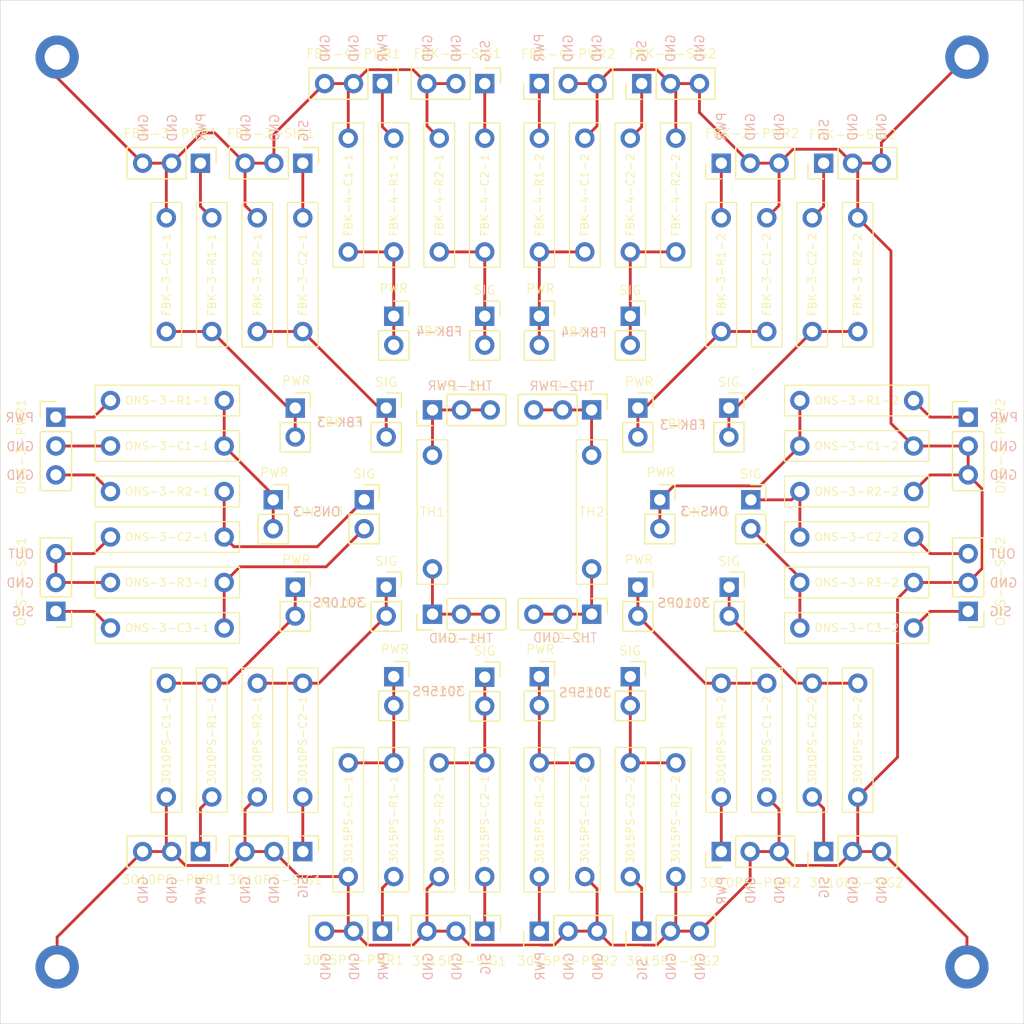
<source format=kicad_pcb>
(kicad_pcb (version 20241229) (generator "pcbnew") (generator_version "9.0")
  (layers (0 "F.Cu" signal) (2 "B.Cu" signal) (13 "F.Paste" user) (15 "B.Paste" user) (5 "F.SilkS" user "F.Silkscreen") (7 "B.SilkS" user "B.Silkscreen") (1 "F.Mask" user) (3 "B.Mask" user) (25 "Edge.Cuts" user))
  (net 0 "")
  (net 1 "fHV+7")
  (net 2 "fSIG7")
  (net 3 "SIG7")
  (net 4 "fHV+8")
  (net 5 "GND")
  (net 6 "SIG8")
  (net 7 "fSIG8")
  (net 8 "HV+7")
  (net 9 "HV+8")
  (net 10 "fHV+5")
  (net 11 "fSIG5")
  (net 12 "SIG5")
  (net 13 "fHV+6")
  (net 14 "SIG6")
  (net 15 "fSIG6")
  (net 16 "HV+5")
  (net 17 "HV+6")
  (net 18 "fHV+3")
  (net 19 "fSIG3")
  (net 20 "SIG3")
  (net 21 "fHV+4")
  (net 22 "fSIG4")
  (net 23 "SIG4")
  (net 24 "HV+3")
  (net 25 "HV+4")
  (net 26 "fHV+1")
  (net 27 "fSIG1")
  (net 28 "SIG1")
  (net 29 "fHV+2")
  (net 30 "SIG2")
  (net 31 "fSIG2")
  (net 32 "HV+1")
  (net 33 "HV+2")
  (net 34 "fHV+9")
  (net 35 "fHV+10")
  (net 36 "fSIG9")
  (net 37 "fF-OUT9")
  (net 38 "fF-OUT10")
  (net 39 "fSIG10")
  (net 40 "F-OUT9")
  (net 41 "SIG9")
  (net 42 "F-OUT10")
  (net 43 "SIG10")
  (net 44 "HV+9")
  (net 45 "HV+10")
  (net 46 "TH1-A")
  (net 47 "TH1-B")
  (net 48 "TH2-A")
  (net 49 "TH2-B")
  (footprint "Connector_PinHeader_2.54mm:PinHeader_1x03_P2.54mm_Vertical" (layer "F.Cu") (at 155.995 90.02 -90)
    (property "Reference" "TH2-B1")
    (property "Value" "Conn_01x03_Pin" (hide yes))
  )
  (footprint "Library:Custom_PinHeader_1x02_P2.54mm_Vertical_Spaced_10mm" (layer "F.Cu") (at 118.6899 97.195 -90)
    (property "Reference" "ONS-3-R2-1")
    (property "Value" "R" (hide yes))
  )
  (footprint "Library:No_Courtyard_PinSocket_1x02_P2.54mm_Vertical" (layer "F.Cu") (at 135.9999 97.925)
    (property "Reference" "J-fSIG9" (hide yes))
    (property "Value" "Conn_01x02_Pin" (hide yes))
  )
  (footprint "Library:No_Courtyard_PinSocket_1x02_P2.54mm_Vertical" (layer "F.Cu") (at 168.09227 105.604656)
    (property "Reference" "J-fSIG8" (hide yes))
    (property "Value" "Conn_01x02_Socket" (hide yes))
  )
  (footprint "Library:Custom_PCB-Sized_PinSocket_1x02_P2.54mm_Vertical" (layer "F.Cu") (at 138.599745 81.780714)
    (property "Reference" "J-fPWR1" (hide yes))
    (property "Value" "Conn_01x02_Socket" (hide yes))
  )
  (footprint "Library:Custom_PinHeader_1x02_P2.54mm_Vertical_Spaced_10mm" (layer "F.Cu") (at 126.5999 78.125 180)
    (property "Reference" "FBK-3-R2-1")
    (property "Value" "R" (hide yes))
  )
  (footprint "Library:Custom_PinHeader_1x02_P2.54mm_Vertical_Spaced_10mm" (layer "F.Cu") (at 179.3099 89.195 -90)
    (property "Reference" "ONS-3-R1-2")
    (property "Value" "R" (hide yes))
  )
  (footprint "Connector_PinHeader_2.54mm:PinHeader_1x03_P2.54mm_Vertical" (layer "F.Cu") (at 137.5999 135.855 -90)
    (property "Reference" "3015PS-PWR1")
    (property "Value" "Conn_01x03_Pin" (hide yes))
  )
  (footprint "Connector_PinHeader_2.54mm:PinHeader_1x03_P2.54mm_Vertical" (layer "F.Cu") (at 156 107.98 -90)
    (property "Reference" "TH2-A1")
    (property "Value" "Conn_01x03_Pin" (hide yes))
  )
  (footprint "Library:Custom_PinHeader_1x02_P2.54mm_Vertical_Spaced_10mm" (layer "F.Cu") (at 179.3099 109.195 90)
    (property "Reference" "ONS-3-C3-2")
    (property "Value" "C" (hide yes))
  )
  (footprint "Connector_PinHeader_2.54mm:PinHeader_1x03_P2.54mm_Vertical" (layer "F.Cu") (at 130.5999 128.855 -90)
    (property "Reference" "3010PS-SIG1")
    (property "Value" "Conn_01x03_Pin" (hide yes))
  )
  (footprint "Library:Custom_PCB-Sized_PinSocket_1x02_P2.54mm_Vertical" (layer "F.Cu") (at 151.39991 113.475)
    (property "Reference" "J-fPWR6" (hide yes))
    (property "Value" "Conn_01x02_Socket" (hide yes))
  )
  (footprint "Library:Custom_PCB-Sized_PinSocket_1x02_P2.54mm_Vertical" (layer "F.Cu") (at 127.9999 97.925)
    (property "Reference" "J-fPWR9" (hide yes))
    (property "Value" "Conn_01x02_Socket" (hide yes))
  )
  (footprint "Library:Custom_PinHeader_1x02_P2.54mm_Vertical_Spaced_10mm" (layer "F.Cu") (at 159.3999 126.055)
    (property "Reference" "3015PS-C2-2")
    (property "Value" "C" (hide yes))
  )
  (footprint "Connector_PinHeader_2.54mm:PinHeader_1x03_P2.54mm_Vertical" (layer "F.Cu") (at 189.1099 90.655)
    (property "Reference" "ONS-3-PWR2")
    (property "Value" "Conn_01x03_Pin" (hide yes))
  )
  (footprint "Library:Custom_PinHeader_1x02_P2.54mm_Vertical_Spaced_10mm" (layer "F.Cu") (at 122.5999 78.125)
    (property "Reference" "FBK-3-R1-1")
    (property "Value" "R" (hide yes))
  )
  (footprint "Library:Custom_PCB-Sized_PinSocket_1x02_P2.54mm_Vertical" (layer "F.Cu") (at 160.06727 105.604656)
    (property "Reference" "J-fPWR8" (hide yes))
    (property "Value" "Conn_01x02_Socket" (hide yes))
  )
  (footprint "Library:Custom_PCB-Sized_PinSocket_1x02_P2.54mm_Vertical" (layer "F.Cu") (at 138.5999 113.474996)
    (property "Reference" "J-fPWR5" (hide yes))
    (property "Value" "Conn_01x02_Socket" (hide yes))
  )
  (footprint "Library:Custom_PinHeader_1x02_P2.54mm_Vertical_Spaced_10mm" (layer "F.Cu") (at 179.3099 97.195 90)
    (property "Reference" "ONS-3-R2-2")
    (property "Value" "R" (hide yes))
  )
  (footprint "Library:Custom_PinHeader_1x02_P2.54mm_Vertical_Spaced_10mm" (layer "F.Cu") (at 151.3999 71.125)
    (property "Reference" "FBK-4-R1-2")
    (property "Value" "R" (hide yes))
  )
  (footprint "Library:Custom_PinHeader_1x02_P2.54mm_Vertical_Spaced_10mm" (layer "F.Cu") (at 155.3999 126.055)
    (property "Reference" "3015PS-C1-2")
    (property "Value" "C" (hide yes))
  )
  (footprint "Connector_PinHeader_2.54mm:PinHeader_1x03_P2.54mm_Vertical" (layer "F.Cu") (at 108.8899 107.735 180)
    (property "Reference" "ONS-3-SIG1")
    (property "Value" "Conn_01x03_Pin" (hide yes))
  )
  (footprint "Library:Custom_PinHeader_1x02_P2.54mm_Vertical_Spaced_10mm" (layer "F.Cu") (at 171.3999 78.125 180)
    (property "Reference" "FBK-3-C1-2")
    (property "Value" "C" (hide yes))
  )
  (footprint "Library:No_Courtyard_PinSocket_1x02_P2.54mm_Vertical" (layer "F.Cu") (at 159.39991 113.475)
    (property "Reference" "J-fSIG6" (hide yes))
    (property "Value" "Conn_01x02_Socket" (hide yes))
  )
  (footprint "Library:Custom_PinHeader_1x02_P2.54mm_Vertical_Spaced_10mm" (layer "F.Cu") (at 118.6899 101.195 -90)
    (property "Reference" "ONS-3-C2-1")
    (property "Value" "C" (hide yes))
  )
  (footprint "Connector_PinHeader_2.54mm:PinHeader_1x03_P2.54mm_Vertical" (layer "F.Cu") (at 130.5999 68.325 -90)
    (property "Reference" "FBK-3-SIG1")
    (property "Value" "Conn_01x03_Pin" (hide yes))
  )
  (footprint "Library:Custom_PinHeader_1x02_P2.54mm_Vertical_Spaced_10mm" (layer "F.Cu") (at 118.6899 109.195 -90)
    (property "Reference" "ONS-3-C3-1")
    (property "Value" "C" (hide yes))
  )
  (footprint "Connector_PinHeader_2.54mm:PinHeader_1x03_P2.54mm_Vertical" (layer "F.Cu") (at 121.5999 128.855 -90)
    (property "Reference" "3010PS-PWR1")
    (property "Value" "Conn_01x03_Pin" (hide yes))
  )
  (footprint "Connector_PinHeader_2.54mm:PinHeader_1x03_P2.54mm_Vertical" (layer "F.Cu") (at 142.005 107.98 90)
    (property "Reference" "TH1-A1")
    (property "Value" "Conn_01x03_Pin" (hide yes))
  )
  (footprint "Connector_PinHeader_2.54mm:PinHeader_1x03_P2.54mm_Vertical" (layer "F.Cu") (at 176.3999 128.855 90)
    (property "Reference" "3010PS-SIG2")
    (property "Value" "Conn_01x03_Pin" (hide yes))
  )
  (footprint "Library:Custom_PinHeader_1x02_P2.54mm_Vertical_Spaced_10mm" (layer "F.Cu") (at 163.3999 126.055)
    (property "Reference" "3015PS-R2-2")
    (property "Value" "R" (hide yes))
  )
  (footprint "Connector_PinHeader_2.54mm:PinHeader_1x03_P2.54mm_Vertical" (layer "F.Cu") (at 121.5999 68.325 -90)
    (property "Reference" "FBK-3-PWR1")
    (property "Value" "Conn_01x03_Pin" (hide yes))
  )
  (footprint "Library:Custom_PinHeader_1x02_P2.54mm_Vertical_Spaced_10mm" (layer "F.Cu") (at 138.5999 71.125)
    (property "Reference" "FBK-4-R1-1")
    (property "Value" "R" (hide yes))
  )
  (footprint "Library:No_Courtyard_PinSocket_1x02_P2.54mm_Vertical" (layer "F.Cu") (at 159.3999 81.781)
    (property "Reference" "J-fSIG2" (hide yes))
    (property "Value" "Conn_01x02_Socket" (hide yes))
  )
  (footprint "Library:No_Courtyard_PinSocket_1x02_P2.54mm_Vertical" (layer "F.Cu") (at 137.9349 105.604646)
    (property "Reference" "J-fSIG7" (hide yes))
    (property "Value" "Conn_01x02_Socket" (hide yes))
  )
  (footprint "Connector_PinHeader_2.54mm:PinHeader_1x03_P2.54mm_Vertical" (layer "F.Cu") (at 108.8899 90.655)
    (property "Reference" "ONS-3-PWR1")
    (property "Value" "Conn_01x03_Pin" (hide yes))
  )
  (footprint "Library:Custom_PinHeader_1x02_P2.54mm_Vertical_Spaced_10mm" (layer "F.Cu") (at 118.6899 89.195 90)
    (property "Reference" "ONS-3-R1-1")
    (property "Value" "R" (hide yes))
  )
  (footprint "Library:Custom_PinHeader_1x02_P2.54mm_Vertical_Spaced_10mm" (layer "F.Cu") (at 118.6899 93.195 -90)
    (property "Reference" "ONS-3-C1-1")
    (property "Value" "C" (hide yes))
  )
  (footprint "Library:Custom_PinHeader_1x02_P2.54mm_Vertical_Spaced_10mm" (layer "F.Cu") (at 159.3999 71.125 180)
    (property "Reference" "FBK-4-C2-2")
    (property "Value" "C" (hide yes))
  )
  (footprint "Connector_PinHeader_2.54mm:PinHeader_1x03_P2.54mm_Vertical" (layer "F.Cu") (at 189.1099 107.735 180)
    (property "Reference" "ONS-3-SIG2")
    (property "Value" "Conn_01x03_Pin" (hide yes))
  )
  (footprint "Library:No_Courtyard_PinSocket_1x02_P2.54mm_Vertical" (layer "F.Cu") (at 146.599745 81.780714)
    (property "Reference" "J-fSIG1" (hide yes))
    (property "Value" "Conn_01x02_Socket" (hide yes))
  )
  (footprint "Library:Custom_PinHeader_1x02_P2.54mm_Vertical_Spaced_10mm" (layer "F.Cu") (at 179.3099 93.195 90)
    (property "Reference" "ONS-3-C1-2")
    (property "Value" "C" (hide yes))
  )
  (footprint "Connector_PinHeader_2.54mm:PinHeader_1x03_P2.54mm_Vertical" (layer "F.Cu") (at 151.3999 61.325 90)
    (property "Reference" "FBK-4-PWR2")
    (property "Value" "Conn_01x03_Pin" (hide yes))
  )
  (footprint "MountingHole:MountingHole_2.2mm_M2_DIN965_Pad_TopBottom" (layer "F.Cu") (at 188.9999 59)
    (property "Reference" "H2" (hide yes))
    (property "Value" "MountingHole_Pad" (hide yes))
  )
  (footprint "Library:Custom_PinHeader_1x02_P2.54mm_Vertical_Spaced_10mm" (layer "F.Cu") (at 134.5999 126.055)
    (property "Reference" "3015PS-C1-1")
    (property "Value" "C" (hide yes))
  )
  (footprint "Library:Custom_PinHeader_1x02_P2.54mm_Vertical_Spaced_10mm" (layer "F.Cu") (at 167.3999 78.125)
    (property "Reference" "FBK-3-R1-2")
    (property "Value" "R" (hide yes))
  )
  (footprint "Connector_PinHeader_2.54mm:PinHeader_1x03_P2.54mm_Vertical" (layer "F.Cu") (at 160.3999 61.325 90)
    (property "Reference" "FBK-4-SIG2")
    (property "Value" "Conn_01x03_Pin" (hide yes))
  )
  (footprint "Library:Custom_PinHeader_1x02_P2.54mm_Vertical_Spaced_10mm" (layer "F.Cu") (at 118.5999 119.055)
    (property "Reference" "3010PS-C1-1")
    (property "Value" "C" (hide yes))
  )
  (footprint "Library:Custom_PinHeader_1x02_P2.54mm_Vertical_Spaced_10mm" (layer "F.Cu") (at 175.3999 78.125 180)
    (property "Reference" "FBK-3-C2-2")
    (property "Value" "C" (hide yes))
  )
  (footprint "Library:Custom_PCB-Sized_PinSocket_1x02_P2.54mm_Vertical" (layer "F.Cu") (at 161.9999 97.925)
    (property "Reference" "J-fPWR10" (hide yes))
    (property "Value" "Conn_01x02_Socket" (hide yes))
  )
  (footprint "Connector_PinHeader_2.54mm:PinHeader_1x03_P2.54mm_Vertical" (layer "F.Cu") (at 146.5999 61.325 -90)
    (property "Reference" "FBK-4-SIG1")
    (property "Value" "Conn_01x03_Pin" (hide yes))
  )
  (footprint "Connector_PinHeader_2.54mm:PinHeader_1x03_P2.54mm_Vertical" (layer "F.Cu") (at 146.5999 135.855 -90)
    (property "Reference" "3015PS-SIG1")
    (property "Value" "Conn_01x03_Pin" (hide yes))
  )
  (footprint "Library:Custom_PinHeader_1x02_P2.54mm_Vertical_Spaced_10mm" (layer "F.Cu") (at 134.5999 71.125 180)
    (property "Reference" "FBK-4-C1-1")
    (property "Value" "C" (hide yes))
  )
  (footprint "Library:Custom_PinHeader_1x02_P2.54mm_Vertical_Spaced_10mm" (layer "F.Cu") (at 179.3099 105.195 90)
    (property "Reference" "ONS-3-R3-2")
    (property "Value" "R" (hide yes))
  )
  (footprint "Library:Custom_PinHeader_1x02_P2.54mm_Vertical_Spaced_10mm" (layer "F.Cu") (at 151.3999 126.055 180)
    (property "Reference" "3015PS-R1-2")
    (property "Value" "R" (hide yes))
  )
  (footprint "Library:Custom_PinHeader_1x02_P2.54mm_Vertical_Spaced_10mm" (layer "F.Cu") (at 179.3999 78.125 180)
    (property "Reference" "FBK-3-R2-2")
    (property "Value" "R" (hide yes))
  )
  (footprint "MountingHole:MountingHole_2.2mm_M2_DIN965_Pad_TopBottom" (layer "F.Cu") (at 108.9999 139)
    (property "Reference" "H3" (hide yes))
    (property "Value" "MountingHole_Pad" (hide yes))
  )
  (footprint "Library:Custom_PinHeader_1x02_P2.54mm_Vertical_Spaced_10mm" (layer "F.Cu") (at 118.5999 78.125 180)
    (property "Reference" "FBK-3-C1-1")
    (property "Value" "C" (hide yes))
  )
  (footprint "Library:Custom_PinHeader_1x02_P2.54mm_Vertical_Spaced_10mm" (layer "F.Cu") (at 142.5999 126.055)
    (property "Reference" "3015PS-R2-1")
    (property "Value" "R" (hide yes))
  )
  (footprint "Library:Custom_PinHeader_1x02_P2.54mm_Vertical_Spaced_10mm" (layer "F.Cu") (at 179.3099 101.195 90)
    (property "Reference" "ONS-3-C2-2")
    (property "Value" "C" (hide yes))
  )
  (footprint "Library:Custom_PinHeader_1x02_P2.54mm_Vertical_Spaced_10mm" (layer "F.Cu") (at 156 99)
    (property "Reference" "TH2")
    (property "Value" "Thermistor" (hide yes))
  )
  (footprint "MountingHole:MountingHole_2.2mm_M2_DIN965_Pad_TopBottom" (layer "F.Cu") (at 188.9999 139)
    (property "Reference" "H4" (hide yes))
    (property "Value" "MountingHole_Pad" (hide yes))
  )
  (footprint "Library:Custom_PCB-Sized_PinSocket_1x02_P2.54mm_Vertical" (layer "F.Cu") (at 151.3999 81.781)
    (property "Reference" "J-fPWR2" (hide yes))
    (property "Value" "Conn_01x02_Socket" (hide yes))
  )
  (footprint "Library:Custom_PinHeader_1x02_P2.54mm_Vertical_Spaced_10mm" (layer "F.Cu") (at 130.5999 119.055)
    (property "Reference" "3010PS-C2-1")
    (property "Value" "C" (hide yes))
  )
  (footprint "Library:Custom_PinHeader_1x02_P2.54mm_Vertical_Spaced_10mm" (layer "F.Cu") (at 163.3999 71.125 180)
    (property "Reference" "FBK-4-R2-2")
    (property "Value" "R" (hide yes))
  )
  (footprint "Library:Custom_PinHeader_1x02_P2.54mm_Vertical_Spaced_10mm" (layer "F.Cu") (at 142.5999 71.125 180)
    (property "Reference" "FBK-4-R2-1")
    (property "Value" "R" (hide yes))
  )
  (footprint "Library:Custom_PinHeader_1x02_P2.54mm_Vertical_Spaced_10mm" (layer "F.Cu") (at 142 99)
    (property "Reference" "TH1")
    (property "Value" "Thermistor" (hide yes))
  )
  (footprint "Library:Custom_PCB-Sized_PinSocket_1x02_P2.54mm_Vertical" (layer "F.Cu") (at 160.067275 89.85537)
    (property "Reference" "J-fPWR4" (hide yes))
    (property "Value" "Conn_01x02_Socket" (hide yes))
  )
  (footprint "Connector_PinHeader_2.54mm:PinHeader_1x03_P2.54mm_Vertical" (layer "F.Cu") (at 167.3999 68.325 90)
    (property "Reference" "FBK-3-PWR2")
    (property "Value" "Conn_01x03_Pin" (hide yes))
  )
  (footprint "Library:Custom_PinHeader_1x02_P2.54mm_Vertical_Spaced_10mm" (layer "F.Cu") (at 146.5999 71.125 180)
    (property "Reference" "FBK-4-C2-1")
    (property "Value" "C" (hide yes))
  )
  (footprint "Connector_PinHeader_2.54mm:PinHeader_1x03_P2.54mm_Vertical" (layer "F.Cu") (at 137.5999 61.325 -90)
    (property "Reference" "FBK-4-PWR1")
    (property "Value" "Conn_01x03_Pin" (hide yes))
  )
  (footprint "Library:Custom_PinHeader_1x02_P2.54mm_Vertical_Spaced_10mm" (layer "F.Cu") (at 155.3999 71.125 180)
    (property "Reference" "FBK-4-C1-2")
    (property "Value" "C" (hide yes))
  )
  (footprint "Library:Custom_PinHeader_1x02_P2.54mm_Vertical_Spaced_10mm" (layer "F.Cu") (at 167.3999 119.055 180)
    (property "Reference" "3010PS-R1-2")
    (property "Value" "R" (hide yes))
  )
  (footprint "Library:Custom_PinHeader_1x02_P2.54mm_Vertical_Spaced_10mm" (layer "F.Cu") (at 126.5999 119.055)
    (property "Reference" "3010PS-R2-1")
    (property "Value" "R" (hide yes))
  )
  (footprint "Library:Custom_PinHeader_1x02_P2.54mm_Vertical_Spaced_10mm" (layer "F.Cu") (at 118.6899 105.195 -90)
    (property "Reference" "ONS-3-R3-1")
    (property "Value" "R" (hide yes))
  )
  (footprint "Library:No_Courtyard_PinSocket_1x02_P2.54mm_Vertical" (layer "F.Cu") (at 137.933713 89.855367)
    (property "Reference" "J-fSIG3" (hide yes))
    (property "Value" "Conn_01x02_Socket" (hide yes))
  )
  (footprint "Library:Custom_PCB-Sized_PinSocket_1x02_P2.54mm_Vertical" (layer "F.Cu") (at 129.9349 105.604646)
    (property "Reference" "J-fPWR7" (hide yes))
    (property "Value" "Conn_01x02_Socket" (hide yes))
  )
  (footprint "Library:Custom_PinHeader_1x02_P2.54mm_Vertical_Spaced_10mm" (layer "F.Cu") (at 146.5999 126.055)
    (property "Reference" "3015PS-C2-1")
    (property "Value" "C" (hide yes))
  )
  (footprint "Connector_PinHeader_2.54mm:PinHeader_1x03_P2.54mm_Vertical" (layer "F.Cu") (at 142.005 90.02 90)
    (property "Reference" "TH1-B1")
    (property "Value" "Conn_01x03_Pin" (hide yes))
  )
  (footprint "Library:Custom_PinHeader_1x02_P2.54mm_Vertical_Spaced_10mm" (layer "F.Cu") (at 130.5999 78.125 180)
    (property "Reference" "FBK-3-C2-1")
    (property "Value" "C" (hide yes))
  )
  (footprint "Library:Custom_PCB-Sized_PinSocket_1x02_P2.54mm_Vertical" (layer "F.Cu") (at 129.933713 89.855367)
    (property "Reference" "J-fPWR3" (hide yes))
    (property "Value" "Conn_01x02_Socket" (hide yes))
  )
  (footprint "Connector_PinHeader_2.54mm:PinHeader_1x03_P2.54mm_Vertical" (layer "F.Cu") (at 167.3999 128.855 90)
    (property "Reference" "3010PS-PWR2")
    (property "Value" "Conn_01x03_Pin" (hide yes))
  )
  (footprint "Library:Custom_PinHeader_1x02_P2.54mm_Vertical_Spaced_10mm" (layer "F.Cu") (at 122.5999 119.055 180)
    (property "Reference" "3010PS-R1-1")
    (property "Value" "R" (hide yes))
  )
  (footprint "Library:Custom_PinHeader_1x02_P2.54mm_Vertical_Spaced_10mm" (layer "F.Cu") (at 179.3999 119.055)
    (property "Reference" "3010PS-R2-2")
    (property "Value" "R" (hide yes))
  )
  (footprint "Library:Custom_PinHeader_1x02_P2.54mm_Vertical_Spaced_10mm" (layer "F.Cu") (at 138.5999 126.055 180)
    (property "Reference" "3015PS-R1-1")
    (property "Value" "R" (hide yes))
  )
  (footprint "Library:No_Courtyard_PinSocket_1x02_P2.54mm_Vertical" (layer "F.Cu") (at 169.9999 97.925)
    (property "Reference" "J-fSIG10" (hide yes))
    (property "Value" "Conn_01x02_Pin" (hide yes))
  )
  (footprint "MountingHole:MountingHole_2.2mm_M2_DIN965_Pad_TopBottom" (layer "F.Cu") (at 108.9999 59)
    (property "Reference" "H1" (hide yes))
    (property "Value" "MountingHole_Pad" (hide yes))
  )
  (footprint "Library:No_Courtyard_PinSocket_1x02_P2.54mm_Vertical" (layer "F.Cu") (at 146.599903 113.514995)
    (property "Reference" "J-fSIG5" (hide yes))
    (property "Value" "Conn_01x02_Socket" (hide yes))
  )
  (footprint "Library:No_Courtyard_PinSocket_1x02_P2.54mm_Vertical" (layer "F.Cu") (at 168.067275 89.85537)
    (property "Reference" "J-fSIG4" (hide yes))
    (property "Value" "Conn_01x02_Socket" (hide yes))
  )
  (footprint "Library:Custom_PinHeader_1x02_P2.54mm_Vertical_Spaced_10mm" (layer "F.Cu") (at 175.3999 119.055)
    (property "Reference" "3010PS-C2-2")
    (property "Value" "C" (hide yes))
  )
  (footprint "Connector_PinHeader_2.54mm:PinHeader_1x03_P2.54mm_Vertical" (layer "F.Cu") (at 176.3999 68.325 90)
    (property "Reference" "FBK-3-SIG2")
    (property "Value" "Conn_01x03_Pin" (hide yes))
  )
  (footprint "Connector_PinHeader_2.54mm:PinHeader_1x03_P2.54mm_Vertical" (layer "F.Cu") (at 151.3999 135.855 90)
    (property "Reference" "3015PS-PWR2")
    (property "Value" "Conn_01x03_Pin" (hide yes))
  )
  (footprint "Library:Custom_PinHeader_1x02_P2.54mm_Vertical_Spaced_10mm" (layer "F.Cu") (at 171.3999 119.055)
    (property "Reference" "3010PS-C1-2")
    (property "Value" "C" (hide yes))
  )
  (footprint "Connector_PinHeader_2.54mm:PinHeader_1x03_P2.54mm_Vertical" (layer "F.Cu") (at 160.3999 135.855 90)
    (property "Reference" "3015PS-SIG2")
    (property "Value" "Conn_01x03_Pin" (hide yes))
  )
  (gr_rect (start 103.9999 54) (end 193.9999 144) (stroke (width 0.05)) (fill no) (layer "Edge.Cuts"))
  (gr_text "ONS-3" (at 163.89 99.48 0) (layer "F.SilkS") (effects (font (size 0.8 0.8) (thickness 0.08)) (justify left bottom)))
  (gr_text "PWR" (at 151.495 79.376354 0) (layer "F.SilkS") (effects (font (size 0.8 0.8) (thickness 0.08))))
  (gr_text "PWR" (at 138.695 111.07035 0) (layer "F.SilkS") (effects (font (size 0.8 0.8) (thickness 0.08))))
  (gr_text "SIG" (at 168.062375 87.580724 0) (layer "F.SilkS") (effects (font (size 0.8 0.8) (thickness 0.08))))
  (gr_text "PWR" (at 151.49501 111.070354 0) (layer "F.SilkS") (effects (font (size 0.8 0.8) (thickness 0.08))))
  (gr_text "ONS-3" (at 129.8949 99.435 0) (layer "F.SilkS") (effects (font (size 0.8 0.8) (thickness 0.08)) (justify left bottom)))
  (gr_text "PWR" (at 160.185 87.535354 0) (layer "F.SilkS") (effects (font (size 0.8 0.8) (thickness 0.08))))
  (gr_text "PWR" (at 130.03 103.2 0) (layer "F.SilkS") (effects (font (size 0.8 0.8) (thickness 0.08))))
  (gr_text "SIG" (at 168.08737 103.33001 0) (layer "F.SilkS") (effects (font (size 0.8 0.8) (thickness 0.08))))
  (gr_text "FBK-3" (at 131.8139 91.525 0) (layer "F.SilkS") (effects (font (size 0.8 0.8) (thickness 0.08)) (justify left bottom)))
  (gr_text "SIG" (at 137.93 103.33 0) (layer "F.SilkS") (effects (font (size 0.8 0.8) (thickness 0.08))))
  (gr_text "PWR" (at 128.095 95.520354 0) (layer "F.SilkS") (effects (font (size 0.8 0.8) (thickness 0.08))))
  (gr_text "3010PS" (at 131.6249 107.485 0) (layer "F.SilkS") (effects (font (size 0.8 0.8) (thickness 0.08)) (justify left bottom)))
  (gr_text "SIG" (at 137.928813 87.580721 0) (layer "F.SilkS") (effects (font (size 0.8 0.8) (thickness 0.08))))
  (gr_text "3015PS" (at 140.26 115.26 0) (layer "F.SilkS") (effects (font (size 0.8 0.8) (thickness 0.08)) (justify left bottom)))
  (gr_text "SIG" (at 159.39501 111.200354 0) (layer "F.SilkS") (effects (font (size 0.8 0.8) (thickness 0.08))))
  (gr_text "PWR" (at 162.095 95.520354 0) (layer "F.SilkS") (effects (font (size 0.8 0.8) (thickness 0.08))))
  (gr_text "PWR" (at 130.028813 87.450721 0) (layer "F.SilkS") (effects (font (size 0.8 0.8) (thickness 0.08))))
  (gr_text "PWR" (at 138.599745 79.34 0) (layer "F.SilkS") (effects (font (size 0.8 0.8) (thickness 0.08))))
  (gr_text "SIG" (at 135.995 95.650354 0) (layer "F.SilkS") (effects (font (size 0.8 0.8) (thickness 0.08))))
  (gr_text "PWR" (at 160.16237 103.20001 0) (layer "F.SilkS") (effects (font (size 0.8 0.8) (thickness 0.08))))
  (gr_text "FBK-3" (at 161.9449 91.725 0) (layer "F.SilkS") (effects (font (size 0.8 0.8) (thickness 0.08)) (justify left bottom)))
  (gr_text "FBK-4" (at 153.2699 83.62 0) (layer "F.SilkS") (effects (font (size 0.8 0.8) (thickness 0.08)) (justify left bottom)))
  (gr_text "3010PS" (at 161.8049 107.485 0) (layer "F.SilkS") (effects (font (size 0.8 0.8) (thickness 0.08)) (justify left bottom)))
  (gr_text "SIG" (at 159.395 79.506354 0) (layer "F.SilkS") (effects (font (size 0.8 0.8) (thickness 0.08))))
  (gr_text "FBK-4\n" (at 140.5099 83.56 0) (layer "F.SilkS") (effects (font (size 0.8 0.8) (thickness 0.08)) (justify left bottom)))
  (gr_text "SIG" (at 146.585 111.225354 0) (layer "F.SilkS") (effects (font (size 0.8 0.8) (thickness 0.08))))
  (gr_text "SIG" (at 146.594845 79.485354 0) (layer "F.SilkS") (effects (font (size 0.8 0.8) (thickness 0.08))))
  (gr_text "SIG" (at 169.995 95.650354 0) (layer "F.SilkS") (effects (font (size 0.8 0.8) (thickness 0.08))))
  (gr_text "3015PS" (at 153.0949 115.3 0) (layer "F.SilkS") (effects (font (size 0.8 0.8) (thickness 0.08)) (justify left bottom)))
  (gr_text "GND" (at 133.0849 137.679762 90) (layer "B.SilkS") (effects (font (size 0.8 0.8) (thickness 0.1)) (justify left bottom mirror)))
  (gr_text "GND" (at 133.0349 56.929762 90) (layer "B.SilkS") (effects (font (size 0.8 0.8) (thickness 0.1)) (justify left bottom mirror)))
  (gr_text "PWR\n" (at 122.1349 63.853809 90) (layer "B.SilkS") (effects (font (size 0.8 0.8) (thickness 0.1)) (justify left bottom mirror)))
  (gr_text "PWR" (at 151.9349 137.603571 90) (layer "B.SilkS") (effects (font (size 0.8 0.8) (thickness 0.1)) (justify left bottom mirror)))
  (gr_text "SIG" (at 160.8599 57.425 90) (layer "B.SilkS") (effects (font (size 0.8 0.8) (thickness 0.1)) (justify left bottom mirror)))
  (gr_text "ONS-3" (at 168.05 99.41 0) (layer "B.SilkS") (effects (font (size 0.8 0.8) (thickness 0.1)) (justify left bottom mirror)))
  (gr_text "GND" (at 179.4449 130.96 90) (layer "B.SilkS") (effects (font (size 0.8 0.8) (thickness 0.1)) (justify left bottom mirror)))
  (gr_text "PWR" (at 167.8999 63.777618 90) (layer "B.SilkS") (effects (font (size 0.8 0.8) (thickness 0.1)) (justify left bottom mirror)))
  (gr_text "GND" (at 126.0299 130.96 90) (layer "B.SilkS") (effects (font (size 0.8 0.8) (thickness 0.1)) (justify left bottom mirror)))
  (gr_text "FBK-4" (at 144.67 83.61 0) (layer "B.SilkS") (effects (font (size 0.8 0.8) (thickness 0.1)) (justify left bottom mirror)))
  (gr_text "GND" (at 166.0099 137.679762 90) (layer "B.SilkS") (effects (font (size 0.8 0.8) (thickness 0.1)) (justify left bottom mirror)))
  (gr_text "OUT" (at 193.347619 103.155 0) (layer "B.SilkS") (effects (font (size 0.8 0.8) (thickness 0.1)) (justify left bottom mirror)))
  (gr_text "GND" (at 163.4099 56.929762 90) (layer "B.SilkS") (effects (font (size 0.8 0.8) (thickness 0.1)) (justify left bottom mirror)))
  (gr_text "GND" (at 163.4599 137.679762 90) (layer "B.SilkS") (effects (font (size 0.8 0.8) (thickness 0.1)) (justify left bottom mirror)))
  (gr_text "GND" (at 144.6099 137.679762 90) (layer "B.SilkS") (effects (font (size 0.8 0.8) (thickness 0.1)) (justify left bottom mirror)))
  (gr_text "GND" (at 193.5 96.22 0) (layer "B.SilkS") (effects (font (size 0.8 0.8) (thickness 0.1)) (justify left bottom mirror)))
  (gr_text "FBK-3" (at 166.1 91.82 0) (layer "B.SilkS") (effects (font (size 0.8 0.8) (thickness 0.1)) (justify left bottom mirror)))
  (gr_text "GND" (at 154.4599 137.679762 90) (layer "B.SilkS") (effects (font (size 0.8 0.8) (thickness 0.1)) (justify left bottom mirror)))
  (gr_text "GND" (at 193.5 93.7 0) (layer "B.SilkS") (effects (font (size 0.8 0.8) (thickness 0.1)) (justify left bottom mirror)))
  (gr_text "GND" (at 135.6099 137.679762 90) (layer "B.SilkS") (effects (font (size 0.8 0.8) (thickness 0.1)) (justify left bottom mirror)))
  (gr_text "SIG" (at 131.1049 130.96 90) (layer "B.SilkS") (effects (font (size 0.8 0.8) (thickness 0.1)) (justify left bottom mirror)))
  (gr_text "FBK-3" (at 135.95 91.58 0) (layer "B.SilkS") (effects (font (size 0.8 0.8) (thickness 0.1)) (justify left bottom mirror)))
  (gr_text "PWR" (at 107.04 91.16 0) (layer "B.SilkS") (effects (font (size 0.8 0.8) (thickness 0.1)) (justify left bottom mirror)))
  (gr_text "GND" (at 181.9849 130.96 90) (layer "B.SilkS") (effects (font (size 0.8 0.8) (thickness 0.1)) (justify left bottom mirror)))
  (gr_text "PWR" (at 167.9199 130.96 90) (layer "B.SilkS") (effects (font (size 0.8 0.8) (thickness 0.1)) (justify left bottom mirror)))
  (gr_text "TH1-GND" (at 147.38 110.57 0) (layer "B.SilkS") (effects (font (size 0.8 0.8) (thickness 0.08)) (justify left bottom mirror)))
  (gr_text "GND" (at 107.04 96.225 0) (layer "B.SilkS") (effects (font (size 0.8 0.8) (thickness 0.1)) (justify left bottom mirror)))
  (gr_text "ONS-3" (at 133.98 99.45 0) (layer "B.SilkS") (effects (font (size 0.8 0.8) (thickness 0.1)) (justify left bottom mirror)))
  (gr_text "GND" (at 126.0599 63.93 90) (layer "B.SilkS") (effects (font (size 0.8 0.8) (thickness 0.1)) (justify left bottom mirror)))
  (gr_text "GND" (at 170.4449 130.96 90) (layer "B.SilkS") (effects (font (size 0.8 0.8) (thickness 0.1)) (justify left bottom mirror)))
  (gr_text "TH2-PWR" (at 156.31 88.4 0) (layer "B.SilkS") (effects (font (size 0.8 0.8) (thickness 0.08)) (justify left bottom mirror)))
  (gr_text "PWR\n" (at 138.1099 56.853571 90) (layer "B.SilkS") (effects (font (size 0.8 0.8) (thickness 0.1)) (justify left bottom mirror)))
  (gr_text "SIG" (at 176.8999 64.349047 90) (layer "B.SilkS") (effects (font (size 0.8 0.8) (thickness 0.1)) (justify left bottom mirror)))
  (gr_text "GND" (at 170.4249 63.853809 90) (layer "B.SilkS") (effects (font (size 0.8 0.8) (thickness 0.1)) (justify left bottom mirror)))
  (gr_text "PWR" (at 151.8599 56.853571 90) (layer "B.SilkS") (effects (font (size 0.8 0.8) (thickness 0.1)) (justify left bottom mirror)))
  (gr_text "3015PS" (at 144.89 115.25 0) (layer "B.SilkS") (effects (font (size 0.8 0.8) (thickness 0.1)) (justify left bottom mirror)))
  (gr_text "PWR\n" (at 122.1049 130.96 90) (layer "B.SilkS") (effects (font (size 0.8 0.8) (thickness 0.1)) (justify left bottom mirror)))
  (gr_text "SIG" (at 147.1599 137.679762 90) (layer "B.SilkS") (effects (font (size 0.8 0.8) (thickness 0.1)) (justify left bottom mirror)))
  (gr_text "GND" (at 156.9349 56.929762 90) (layer "B.SilkS") (effects (font (size 0.8 0.8) (thickness 0.1)) (justify left bottom mirror)))
  (gr_text "GND" (at 172.9749 63.853809 90) (layer "B.SilkS") (effects (font (size 0.8 0.8) (thickness 0.1)) (justify left bottom mirror)))
  (gr_text "TH2-GND" (at 156.53 110.52 0) (layer "B.SilkS") (effects (font (size 0.8 0.8) (thickness 0.08)) (justify left bottom mirror)))
  (gr_text "FBK-4" (at 157.39 83.69 0) (layer "B.SilkS") (effects (font (size 0.8 0.8) (thickness 0.1)) (justify left bottom mirror)))
  (gr_text "GND" (at 117.0599 63.93 90) (layer "B.SilkS") (effects (font (size 0.8 0.8) (thickness 0.1)) (justify left bottom mirror)))
  (gr_text "SIG" (at 176.9199 130.96 90) (layer "B.SilkS") (effects (font (size 0.8 0.8) (thickness 0.1)) (justify left bottom mirror)))
  (gr_text "PWR\n" (at 138.1599 137.603571 90) (layer "B.SilkS") (effects (font (size 0.8 0.8) (thickness 0.1)) (justify left bottom mirror)))
  (gr_text "GND" (at 107.04 105.7 0) (layer "B.SilkS") (effects (font (size 0.8 0.8) (thickness 0.1)) (justify left bottom mirror)))
  (gr_text "GND" (at 172.9949 130.96 90) (layer "B.SilkS") (effects (font (size 0.8 0.8) (thickness 0.1)) (justify left bottom mirror)))
  (gr_text "3010PS" (at 166.46 107.47 0) (layer "B.SilkS") (effects (font (size 0.8 0.8) (thickness 0.1)) (justify left bottom mirror)))
  (gr_text "GND" (at 117.0299 130.96 90) (layer "B.SilkS") (effects (font (size 0.8 0.8) (thickness 0.1)) (justify left bottom mirror)))
  (gr_text "GND" (at 144.5599 56.929762 90) (layer "B.SilkS") (effects (font (size 0.8 0.8) (thickness 0.1)) (justify left bottom mirror)))
  (gr_text "OUT" (at 107.04 103.16 0) (layer "B.SilkS") (effects (font (size 0.8 0.8) (thickness 0.1)) (justify left bottom mirror)))
  (gr_text "GND" (at 154.3849 56.929762 90) (layer "B.SilkS") (effects (font (size 0.8 0.8) (thickness 0.1)) (justify left bottom mirror)))
  (gr_text "GND" (at 119.5549 130.96 90) (layer "B.SilkS") (effects (font (size 0.8 0.8) (thickness 0.1)) (justify left bottom mirror)))
  (gr_text "SIG" (at 107.04 108.225 0) (layer "B.SilkS") (effects (font (size 0.8 0.8) (thickness 0.1)) (justify left bottom mirror)))
  (gr_text "SIG" (at 147.1099 57.425 90) (layer "B.SilkS") (effects (font (size 0.8 0.8) (thickness 0.1)) (justify left bottom mirror)))
  (gr_text "3010PS" (at 136.14 107.44 0) (layer "B.SilkS") (effects (font (size 0.8 0.8) (thickness 0.1)) (justify left bottom mirror)))
  (gr_text "GND" (at 107.04 93.705 0) (layer "B.SilkS") (effects (font (size 0.8 0.8) (thickness 0.1)) (justify left bottom mirror)))
  (gr_text "3015PS" (at 157.8 115.36 0) (layer "B.SilkS") (effects (font (size 0.8 0.8) (thickness 0.1)) (justify left bottom mirror)))
  (gr_text "SIG" (at 131.1349 64.425238 90) (layer "B.SilkS") (effects (font (size 0.8 0.8) (thickness 0.1)) (justify left bottom mirror)))
  (gr_text "SIG" (at 160.9349 138.175 90) (layer "B.SilkS") (effects (font (size 0.8 0.8) (thickness 0.1)) (justify left bottom mirror)))
  (gr_text "GND" (at 179.4249 63.853809 90) (layer "B.SilkS") (effects (font (size 0.8 0.8) (thickness 0.1)) (justify left bottom mirror)))
  (gr_text "PWR" (at 193.576191 91.155 0) (layer "B.SilkS") (effects (font (size 0.8 0.8) (thickness 0.1)) (justify left bottom mirror)))
  (gr_text "GND" (at 142.0349 56.929762 90) (layer "B.SilkS") (effects (font (size 0.8 0.8) (thickness 0.1)) (justify left bottom mirror)))
  (gr_text "GND" (at 119.5849 63.93 90) (layer "B.SilkS") (effects (font (size 0.8 0.8) (thickness 0.1)) (justify left bottom mirror)))
  (gr_text "GND" (at 128.5549 130.96 90) (layer "B.SilkS") (effects (font (size 0.8 0.8) (thickness 0.1)) (justify left bottom mirror)))
  (gr_text "GND" (at 128.5849 63.93 90) (layer "B.SilkS") (effects (font (size 0.8 0.8) (thickness 0.1)) (justify left bottom mirror)))
  (gr_text "TH1-PWR" (at 147.34 88.37 0) (layer "B.SilkS") (effects (font (size 0.8 0.8) (thickness 0.08)) (justify left bottom mirror)))
  (gr_text "GND" (at 193.5 105.695 0) (layer "B.SilkS") (effects (font (size 0.8 0.8) (thickness 0.1)) (justify left bottom mirror)))
  (gr_text "GND" (at 142.0849 137.679762 90) (layer "B.SilkS") (effects (font (size 0.8 0.8) (thickness 0.1)) (justify left bottom mirror)))
  (gr_text "GND" (at 181.9649 63.853809 90) (layer "B.SilkS") (effects (font (size 0.8 0.8) (thickness 0.1)) (justify left bottom mirror)))
  (gr_text "SIG" (at 193.004762 108.22 0) (layer "B.SilkS") (effects (font (size 0.8 0.8) (thickness 0.1)) (justify left bottom mirror)))
  (gr_text "GND" (at 157.0099 137.679762 90) (layer "B.SilkS") (effects (font (size 0.8 0.8) (thickness 0.1)) (justify left bottom mirror)))
  (gr_text "GND" (at 135.5599 56.929762 90) (layer "B.SilkS") (effects (font (size 0.8 0.8) (thickness 0.1)) (justify left bottom mirror)))
  (gr_text "GND" (at 165.9599 56.929762 90) (layer "B.SilkS") (effects (font (size 0.8 0.8) (thickness 0.1)) (justify left bottom mirror)))
  (segment (start 124.024546 114.055) (end 122.5999 114.055) (width 0.25) (layer "F.Cu") (net 1))
  (segment (start 122.5999 114.055) (end 118.5999 114.055) (width 0.25) (layer "F.Cu") (net 1))
  (segment (start 129.9349 108.144646) (end 124.024546 114.055) (width 0.25) (layer "F.Cu") (net 1))
  (segment (start 129.9349 105.604646) (end 129.9349 108.144646) (width 0.25) (layer "F.Cu") (net 1))
  (segment (start 130.5999 114.055) (end 126.5999 114.055) (width 0.25) (layer "F.Cu") (net 2))
  (segment (start 132.024546 114.055) (end 130.5999 114.055) (width 0.25) (layer "F.Cu") (net 2))
  (segment (start 137.9349 105.604646) (end 137.9349 108.144646) (width 0.25) (layer "F.Cu") (net 2))
  (segment (start 137.9349 108.144646) (end 132.024546 114.055) (width 0.25) (layer "F.Cu") (net 2))
  (segment (start 130.5999 124.055) (end 130.5999 128.855) (width 0.25) (layer "F.Cu") (net 3))
  (segment (start 160.06727 105.604656) (end 160.06727 108.144656) (width 0.25) (layer "F.Cu") (net 4))
  (segment (start 160.06727 108.144656) (end 165.977614 114.055) (width 0.25) (layer "F.Cu") (net 4))
  (segment (start 167.3999 114.055) (end 171.3999 114.055) (width 0.25) (layer "F.Cu") (net 4))
  (segment (start 165.977614 114.055) (end 167.3999 114.055) (width 0.25) (layer "F.Cu") (net 4))
  (segment (start 112.2299 95.735) (end 108.8899 95.735) (width 0.25) (layer "F.Cu") (net 5))
  (segment (start 135.0599 135.855) (end 136.2859 137.081) (width 0.25) (layer "F.Cu") (net 5))
  (segment (start 125.5199 68.325) (end 128.0599 68.325) (width 0.25) (layer "F.Cu") (net 5))
  (segment (start 140.2939 60.099) (end 141.5199 61.325) (width 0.25) (layer "F.Cu") (net 5))
  (segment (start 177.7139 67.099) (end 173.7059 67.099) (width 0.25) (layer "F.Cu") (net 5))
  (segment (start 165.4799 63.865) (end 165.4799 61.325) (width 0.25) (layer "F.Cu") (net 5))
  (segment (start 136.2859 137.081) (end 140.2939 137.081) (width 0.25) (layer "F.Cu") (net 5))
  (segment (start 178.9399 68.325) (end 181.4799 68.325) (width 0.25) (layer "F.Cu") (net 5))
  (segment (start 135.0599 135.855) (end 132.5199 135.855) (width 0.25) (layer "F.Cu") (net 5))
  (segment (start 126.5999 73.125) (end 125.5199 72.045) (width 0.25) (layer "F.Cu") (net 5))
  (segment (start 172.4799 68.325) (end 169.9399 68.325) (width 0.25) (layer "F.Cu") (net 5))
  (segment (start 157.7059 60.099) (end 156.4799 61.325) (width 0.25) (layer "F.Cu") (net 5))
  (segment (start 182.9 120.5549) (end 179.3999 124.055) (width 0.25) (layer "F.Cu") (net 5))
  (segment (start 162.9399 61.325) (end 165.4799 61.325) (width 0.25) (layer "F.Cu") (net 5))
  (segment (start 156.4799 132.135) (end 156.4799 135.855) (width 0.25) (layer "F.Cu") (net 5))
  (segment (start 161.7139 60.099) (end 157.7059 60.099) (width 0.25) (layer "F.Cu") (net 5))
  (segment (start 120.2859 130.081) (end 124.2939 130.081) (width 0.25) (layer "F.Cu") (net 5))
  (segment (start 162.9399 61.325) (end 161.7139 60.099) (width 0.25) (layer "F.Cu") (net 5))
  (segment (start 189.1099 105.195) (end 190.3359 103.969) (width 0.25) (layer "F.Cu") (net 5))
  (segment (start 124.2939 130.081) (end 125.5199 128.855) (width 0.25) (layer "F.Cu") (net 5))
  (segment (start 140.2939 137.081) (end 141.5199 135.855) (width 0.25) (layer "F.Cu") (net 5))
  (segment (start 125.5199 125.135) (end 125.5199 128.855) (width 0.25) (layer "F.Cu") (net 5))
  (segment (start 134.5999 61.785) (end 135.0599 61.325) (width 0.25) (layer "F.Cu") (net 5))
  (segment (start 142.5999 131.055) (end 141.5199 132.135) (width 0.25) (layer "F.Cu") (net 5))
  (segment (start 162.9399 135.855) (end 165.4799 135.855) (width 0.25) (layer "F.Cu") (net 5))
  (segment (start 134.5999 131.055) (end 134.5999 135.395) (width 0.25) (layer "F.Cu") (net 5))
  (segment (start 163.3999 61.785) (end 162.9399 61.325) (width 0.25) (layer "F.Cu") (net 5))
  (segment (start 118.5999 73.125) (end 118.5999 68.785) (width 0.25) (layer "F.Cu") (net 5))
  (segment (start 178.9399 68.325) (end 177.7139 67.099) (width 0.25) (layer "F.Cu") (net 5))
  (segment (start 128.0599 128.855) (end 130.2599 131.055) (width 0.25) (layer "F.Cu") (net 5))
  (segment (start 152.7139 137.081) (end 153.9399 135.855) (width 0.25) (layer "F.Cu") (net 5))
  (segment (start 126.5999 124.055) (end 125.5199 125.135) (width 0.25) (layer "F.Cu") (net 5))
  (segment (start 169.9399 131.395) (end 169.9399 128.855) (width 0.25) (layer "F.Cu") (net 5))
  (segment (start 156.4799 61.325) (end 153.9399 61.325) (width 0.25) (layer "F.Cu") (net 5))
  (segment (start 141.5199 132.135) (end 141.5199 135.855) (width 0.25) (layer "F.Cu") (net 5))
  (segment (start 173.7059 67.099) (end 172.4799 68.325) (width 0.25) (layer "F.Cu") (net 5))
  (segment (start 113.6899 97.195) (end 112.2299 95.735) (width 0.25) (layer "F.Cu") (net 5))
  (segment (start 165.4799 135.855) (end 169.9399 131.395) (width 0.25) (layer "F.Cu") (net 5))
  (segment (start 142.5999 66.125) (end 141.5199 65.045) (width 0.25) (layer "F.Cu") (net 5))
  (segment (start 189.1099 93.195) (end 189.1099 95.735) (width 0.25) (layer "F.Cu") (net 5))
  (segment (start 118.5999 68.785) (end 119.0599 68.325) (width 0.25) (layer "F.Cu") (net 5))
  (segment (start 161.7139 137.081) (end 162.9399 135.855) (width 0.25) (layer "F.Cu") (net 5))
  (segment (start 188.9999 59) (end 181.4799 66.52) (width 0.25) (layer "F.Cu") (net 5))
  (segment (start 188.9999 136.375) (end 181.4799 128.855) (width 0.25) (layer "F.Cu") (net 5))
  (segment (start 118.5999 128.395) (end 119.0599 128.855) (width 0.25) (layer "F.Cu") (net 5))
  (segment (start 157.7059 137.081) (end 161.7139 137.081) (width 0.25) (layer "F.Cu") (net 5))
  (segment (start 169.9399 68.325) (end 165.4799 63.865) (width 0.25) (layer "F.Cu") (net 5))
  (segment (start 184.3099 97.195) (end 185.7699 95.735) (width 0.25) (layer "F.Cu") (net 5))
  (segment (start 181.4799 66.52) (end 181.4799 68.325) (width 0.25) (layer "F.Cu") (net 5))
  (segment (start 125.5199 68.325) (end 122.8549 65.66) (width 0.25) (layer "F.Cu") (net 5))
  (segment (start 182.32 76.0451) (end 179.3999 73.125) (width 0.25) (layer "F.Cu") (net 5))
  (segment (start 184.3099 93.195) (end 182.32 91.2051) (width 0.25) (layer "F.Cu") (net 5))
  (segment (start 134.5999 66.125) (end 134.5999 61.785) (width 0.25) (layer "F.Cu") (net 5))
  (segment (start 179.3999 73.125) (end 179.3999 68.785) (width 0.25) (layer "F.Cu") (net 5))
  (segment (start 156.4799 65.045) (end 156.4799 61.325) (width 0.25) (layer "F.Cu") (net 5))
  (segment (start 179.3999 68.785) (end 178.9399 68.325) (width 0.25) (layer "F.Cu") (net 5))
  (segment (start 116.5199 128.855) (end 108.9999 136.375) (width 0.25) (layer "F.Cu") (net 5))
  (segment (start 172.4799 128.855) (end 173.7059 130.081) (width 0.25) (layer "F.Cu") (net 5))
  (segment (start 113.6899 105.195) (end 108.8899 105.195) (width 0.25) (layer "F.Cu") (net 5))
  (segment (start 182.32 91.2051) (end 182.32 76.0451) (width 0.25) (layer "F.Cu") (net 5))
  (segment (start 172.4799 128.855) (end 169.9399 128.855) (width 0.25) (layer "F.Cu") (net 5))
  (segment (start 144.0599 135.855) (end 145.2859 137.081) (width 0.25) (layer "F.Cu") (net 5))
  (segment (start 171.3999 124.055) (end 172.4799 125.135) (width 0.25) (layer "F.Cu") (net 5))
  (segment (start 135.0599 61.325) (end 136.2859 60.099) (width 0.25) (layer "F.Cu") (net 5))
  (segment (start 156.4799 135.855) (end 157.7059 137.081) (width 0.25) (layer "F.Cu") (net 5))
  (segment (start 163.3999 131.055) (end 163.3999 135.395) (width 0.25) (layer "F.Cu") (net 5))
  (segment (start 155.3999 66.125) (end 156.4799 65.045) (width 0.25) (layer "F.Cu") (net 5))
  (segment (start 134.5999 135.395) (end 135.0599 135.855) (width 0.25) (layer "F.Cu") (net 5))
  (segment (start 135.0599 61.325) (end 132.5199 61.325) (width 0.25) (layer "F.Cu") (net 5))
  (segment (start 155.3999 131.055) (end 156.4799 132.135) (width 0.25) (layer "F.Cu") (net 5))
  (segment (start 125.5199 72.045) (end 125.5199 68.325) (width 0.25) (layer "F.Cu") (net 5))
  (segment (start 179.3999 124.055) (end 179.3999 128.395) (width 0.25) (layer "F.Cu") (net 5))
  (segment (start 116.5199 128.855) (end 119.0599 128.855) (width 0.25) (layer "F.Cu") (net 5))
  (segment (start 128.0599 65.785) (end 128.0599 68.325) (width 0.25) (layer "F.Cu") (net 5))
  (segment (start 141.5199 61.325) (end 144.0599 61.325) (width 0.25) (layer "F.Cu") (net 5))
  (segment (start 163.3999 135.395) (end 162.9399 135.855) (width 0.25) (layer "F.Cu") (net 5))
  (segment (start 130.2599 131.055) (end 134.5999 131.055) (width 0.25) (layer "F.Cu") (net 5))
  (segment (start 108.8899 102.655) (end 108.8899 105.195) (width 0.25) (layer "F.Cu") (net 5))
  (segment (start 185.7699 95.735) (end 189.1099 95.735) (width 0.25) (layer "F.Cu") (net 5))
  (segment (start 190.3359 96.961) (end 189.1099 95.735) (width 0.25) (layer "F.Cu") (net 5))
  (segment (start 156.4799 135.855) (end 153.9399 135.855) (width 0.25) (layer "F.Cu") (net 5))
  (segment (start 184.3099 93.195) (end 189.1099 93.195) (width 0.25) (layer "F.Cu") (net 5))
  (segment (start 178.9399 128.855) (end 181.4799 128.855) (width 0.25) (layer "F.Cu") (net 5))
  (segment (start 118.5999 124.055) (end 118.5999 128.395) (width 0.25) (layer "F.Cu") (net 5))
  (segment (start 163.3999 66.125) (end 163.3999 61.785) (width 0.25) (layer "F.Cu") (net 5))
  (segment (start 145.2859 137.081) (end 152.7139 137.081) (width 0.25) (layer "F.Cu") (net 5))
  (segment (start 177.7139 130.081) (end 178.9399 128.855) (width 0.25) (layer "F.Cu") (net 5))
  (segment (start 172.4799 125.135) (end 172.4799 128.855) (width 0.25) (layer "F.Cu") (net 5))
  (segment (start 141.5199 135.855) (end 144.0599 135.855) (width 0.25) (layer "F.Cu") (net 5))
  (segment (start 119.0599 68.325) (end 116.5199 68.325) (width 0.25) (layer "F.Cu") (net 5))
  (segment (start 141.5199 65.045) (end 141.5199 61.325) (width 0.25) (layer "F.Cu") (net 5))
  (segment (start 173.7059 130.081) (end 177.7139 130.081) (width 0.25) (layer "F.Cu") (net 5))
  (segment (start 136.2859 60.099) (end 140.2939 60.099) (width 0.25) (layer "F.Cu") (net 5))
  (segment (start 172.4799 72.045) (end 172.4799 68.325) (width 0.25) (layer "F.Cu") (net 5))
  (segment (start 188.9999 139) (end 188.9999 136.375) (width 0.25) (layer "F.Cu") (net 5))
  (segment (start 122.8549 65.66) (end 121.7249 65.66) (width 0.25) (layer "F.Cu") (net 5))
  (segment (start 184.3099 105.195) (end 182.9 106.6049) (width 0.25) (layer "F.Cu") (net 5))
  (segment (start 121.7249 65.66) (end 119.0599 68.325) (width 0.25) (layer "F.Cu") (net 5))
  (segment (start 108.9999 136.375) (end 108.9999 139) (width 0.25) (layer "F.Cu") (net 5))
  (segment (start 190.3359 103.969) (end 190.3359 96.961) (width 0.25) (layer "F.Cu") (net 5))
  (segment (start 179.3999 128.395) (end 178.9399 128.855) (width 0.25) (layer "F.Cu") (net 5))
  (segment (start 108.9999 60.805) (end 116.5199 68.325) (width 0.25) (layer "F.Cu") (net 5))
  (segment (start 119.0599 128.855) (end 120.2859 130.081) (width 0.25) (layer "F.Cu") (net 5))
  (segment (start 171.3999 73.125) (end 172.4799 72.045) (width 0.25) (layer "F.Cu") (net 5))
  (segment (start 113.6899 93.195) (end 108.8899 93.195) (width 0.25) (layer "F.Cu") (net 5))
  (segment (start 184.3099 105.195) (end 189.1099 105.195) (width 0.25) (layer "F.Cu") (net 5))
  (segment (start 108.9999 59) (end 108.9999 60.805) (width 0.25) (layer "F.Cu") (net 5))
  (segment (start 182.9 106.6049) (end 182.9 120.5549) (width 0.25) (layer "F.Cu") (net 5))
  (segment (start 132.5199 61.325) (end 128.0599 65.785) (width 0.25) (layer "F.Cu") (net 5))
  (segment (start 125.5199 128.855) (end 128.0599 128.855) (width 0.25) (layer "F.Cu") (net 5))
  (segment (start 175.3999 124.055) (end 176.3999 125.055) (width 0.25) (layer "F.Cu") (net 6))
  (segment (start 176.3999 125.055) (end 176.3999 128.855) (width 0.25) (layer "F.Cu") (net 6))
  (segment (start 168.09227 105.604656) (end 168.09227 108.144656) (width 0.25) (layer "F.Cu") (net 7))
  (segment (start 174.002614 114.055) (end 175.3999 114.055) (width 0.25) (layer "F.Cu") (net 7))
  (segment (start 168.09227 108.144656) (end 174.002614 114.055) (width 0.25) (layer "F.Cu") (net 7))
  (segment (start 175.3999 114.055) (end 179.3999 114.055) (width 0.25) (layer "F.Cu") (net 7))
  (segment (start 121.5999 125.055) (end 121.5999 128.855) (width 0.25) (layer "F.Cu") (net 8))
  (segment (start 122.5999 124.055) (end 121.5999 125.055) (width 0.25) (layer "F.Cu") (net 8))
  (segment (start 167.3999 124.055) (end 167.3999 128.855) (width 0.25) (layer "F.Cu") (net 9))
  (segment (start 134.5999 121.055) (end 138.5999 121.055) (width 0.25) (layer "F.Cu") (net 10))
  (segment (start 138.5999 113.474996) (end 138.5999 116.014996) (width 0.25) (layer "F.Cu") (net 10))
  (segment (start 138.5999 116.014996) (end 138.5999 121.055) (width 0.25) (layer "F.Cu") (net 10))
  (segment (start 146.599903 116.054995) (end 146.599903 121.054997) (width 0.25) (layer "F.Cu") (net 11))
  (segment (start 146.599903 113.514995) (end 146.599903 116.054995) (width 0.25) (layer "F.Cu") (net 11))
  (segment (start 146.5999 121.055) (end 142.5999 121.055) (width 0.25) (layer "F.Cu") (net 11))
  (segment (start 146.599903 121.054997) (end 146.5999 121.055) (width 0.25) (layer "F.Cu") (net 11))
  (segment (start 146.5999 131.055) (end 146.5999 135.855) (width 0.25) (layer "F.Cu") (net 12))
  (segment (start 151.3999 121.055) (end 155.3999 121.055) (width 0.25) (layer "F.Cu") (net 13))
  (segment (start 151.39991 121.05499) (end 151.3999 121.055) (width 0.25) (layer "F.Cu") (net 13))
  (segment (start 151.39991 116.015) (end 151.39991 121.05499) (width 0.25) (layer "F.Cu") (net 13))
  (segment (start 151.39991 113.475) (end 151.39991 116.015) (width 0.25) (layer "F.Cu") (net 13))
  (segment (start 160.3999 132.055) (end 160.3999 135.855) (width 0.25) (layer "F.Cu") (net 14))
  (segment (start 159.3999 131.055) (end 160.3999 132.055) (width 0.25) (layer "F.Cu") (net 14))
  (segment (start 159.39991 121.05499) (end 159.3999 121.055) (width 0.25) (layer "F.Cu") (net 15))
  (segment (start 159.39991 116.015) (end 159.39991 121.05499) (width 0.25) (layer "F.Cu") (net 15))
  (segment (start 159.39991 113.475) (end 159.39991 116.015) (width 0.25) (layer "F.Cu") (net 15))
  (segment (start 159.3999 121.055) (end 163.3999 121.055) (width 0.25) (layer "F.Cu") (net 15))
  (segment (start 138.5999 131.055) (end 137.5999 132.055) (width 0.25) (layer "F.Cu") (net 16))
  (segment (start 137.5999 132.055) (end 137.5999 135.855) (width 0.25) (layer "F.Cu") (net 16))
  (segment (start 151.3999 131.055) (end 151.3999 135.855) (width 0.25) (layer "F.Cu") (net 17))
  (segment (start 129.933713 89.855367) (end 129.330267 89.855367) (width 0.25) (layer "F.Cu") (net 18))
  (segment (start 129.330267 89.855367) (end 122.5999 83.125) (width 0.25) (layer "F.Cu") (net 18))
  (segment (start 122.5999 83.125) (end 118.5999 83.125) (width 0.25) (layer "F.Cu") (net 18))
  (segment (start 129.933713 92.395367) (end 129.933713 89.855367) (width 0.25) (layer "F.Cu") (net 18))
  (segment (start 137.330267 89.855367) (end 130.5999 83.125) (width 0.25) (layer "F.Cu") (net 19))
  (segment (start 137.933713 92.395367) (end 137.933713 89.855367) (width 0.25) (layer "F.Cu") (net 19))
  (segment (start 130.5999 83.125) (end 126.5999 83.125) (width 0.25) (layer "F.Cu") (net 19))
  (segment (start 137.933713 89.855367) (end 137.330267 89.855367) (width 0.25) (layer "F.Cu") (net 19))
  (segment (start 130.5999 73.125) (end 130.5999 68.325) (width 0.25) (layer "F.Cu") (net 20))
  (segment (start 160.067275 92.39537) (end 160.067275 89.85537) (width 0.25) (layer "F.Cu") (net 21))
  (segment (start 167.3999 83.125) (end 171.3999 83.125) (width 0.25) (layer "F.Cu") (net 21))
  (segment (start 160.067275 89.85537) (end 160.66953 89.85537) (width 0.25) (layer "F.Cu") (net 21))
  (segment (start 160.66953 89.85537) (end 167.3999 83.125) (width 0.25) (layer "F.Cu") (net 21))
  (segment (start 168.66953 89.85537) (end 175.3999 83.125) (width 0.25) (layer "F.Cu") (net 22))
  (segment (start 168.067275 89.85537) (end 168.66953 89.85537) (width 0.25) (layer "F.Cu") (net 22))
  (segment (start 175.3999 83.125) (end 179.3999 83.125) (width 0.25) (layer "F.Cu") (net 22))
  (segment (start 168.067275 92.39537) (end 168.067275 89.85537) (width 0.25) (layer "F.Cu") (net 22))
  (segment (start 175.3999 73.125) (end 176.3999 72.125) (width 0.25) (layer "F.Cu") (net 23))
  (segment (start 176.3999 72.125) (end 176.3999 68.325) (width 0.25) (layer "F.Cu") (net 23))
  (segment (start 122.5999 73.125) (end 121.5999 72.125) (width 0.25) (layer "F.Cu") (net 24))
  (segment (start 121.5999 72.125) (end 121.5999 68.325) (width 0.25) (layer "F.Cu") (net 24))
  (segment (start 167.3999 73.125) (end 167.3999 68.325) (width 0.25) (layer "F.Cu") (net 25))
  (segment (start 138.599745 76.125155) (end 138.5999 76.125) (width 0.25) (layer "F.Cu") (net 26))
  (segment (start 138.599745 84.320714) (end 138.599745 81.780714) (width 0.25) (layer "F.Cu") (net 26))
  (segment (start 138.5999 76.125) (end 134.5999 76.125) (width 0.25) (layer "F.Cu") (net 26))
  (segment (start 138.599745 81.780714) (end 138.599745 76.125155) (width 0.25) (layer "F.Cu") (net 26))
  (segment (start 146.5999 76.125) (end 142.5999 76.125) (width 0.25) (layer "F.Cu") (net 27))
  (segment (start 146.599745 81.780714) (end 146.5999 81.780559) (width 0.25) (layer "F.Cu") (net 27))
  (segment (start 146.5999 81.780559) (end 146.5999 76.125) (width 0.25) (layer "F.Cu") (net 27))
  (segment (start 146.599745 84.320714) (end 146.599745 81.780714) (width 0.25) (layer "F.Cu") (net 27))
  (segment (start 146.5999 66.125) (end 146.5999 61.325) (width 0.25) (layer "F.Cu") (net 28))
  (segment (start 151.3999 81.781) (end 151.3999 76.125) (width 0.25) (layer "F.Cu") (net 29))
  (segment (start 151.3999 84.321) (end 151.3999 81.781) (width 0.25) (layer "F.Cu") (net 29))
  (segment (start 151.3999 76.125) (end 155.3999 76.125) (width 0.25) (layer "F.Cu") (net 29))
  (segment (start 160.3999 65.125) (end 160.3999 61.325) (width 0.25) (layer "F.Cu") (net 30))
  (segment (start 159.3999 66.125) (end 160.3999 65.125) (width 0.25) (layer "F.Cu") (net 30))
  (segment (start 159.3999 84.321) (end 159.3999 81.781) (width 0.25) (layer "F.Cu") (net 31))
  (segment (start 159.3999 81.781) (end 159.3999 76.125) (width 0.25) (layer "F.Cu") (net 31))
  (segment (start 159.3999 76.125) (end 163.3999 76.125) (width 0.25) (layer "F.Cu") (net 31))
  (segment (start 137.5999 65.125) (end 137.5999 61.325) (width 0.25) (layer "F.Cu") (net 32))
  (segment (start 138.5999 66.125) (end 137.5999 65.125) (width 0.25) (layer "F.Cu") (net 32))
  (segment (start 151.3999 66.125) (end 151.3999 61.325) (width 0.25) (layer "F.Cu") (net 33))
  (segment (start 123.6899 93.195) (end 123.6899 89.195) (width 0.25) (layer "F.Cu") (net 34))
  (segment (start 127.9999 100.465) (end 127.9999 97.925) (width 0.25) (layer "F.Cu") (net 34))
  (segment (start 127.9999 97.505) (end 123.6899 93.195) (width 0.25) (layer "F.Cu") (net 34))
  (segment (start 127.9999 97.925) (end 127.9999 97.505) (width 0.25) (layer "F.Cu") (net 34))
  (segment (start 170.8059 96.699) (end 174.3099 93.195) (width 0.25) (layer "F.Cu") (net 35))
  (segment (start 161.9999 100.465) (end 161.9999 97.925) (width 0.25) (layer "F.Cu") (net 35))
  (segment (start 174.3099 93.195) (end 174.3099 89.195) (width 0.25) (layer "F.Cu") (net 35))
  (segment (start 161.9999 97.925) (end 163.2259 96.699) (width 0.25) (layer "F.Cu") (net 35))
  (segment (start 163.2259 96.699) (end 170.8059 96.699) (width 0.25) (layer "F.Cu") (net 35))
  (segment (start 132.651428 103.813472) (end 125.071428 103.813472) (width 0.25) (layer "F.Cu") (net 36))
  (segment (start 125.071428 103.813472) (end 123.6899 105.195) (width 0.25) (layer "F.Cu") (net 36))
  (segment (start 135.9999 100.465) (end 132.651428 103.813472) (width 0.25) (layer "F.Cu") (net 36))
  (segment (start 123.6899 105.195) (end 123.6899 109.195) (width 0.25) (layer "F.Cu") (net 36))
  (segment (start 131.8799 102.045) (end 124.5399 102.045) (width 0.25) (layer "F.Cu") (net 37))
  (segment (start 124.5399 102.045) (end 123.6899 101.195) (width 0.25) (layer "F.Cu") (net 37))
  (segment (start 123.6899 101.195) (end 123.6899 97.195) (width 0.25) (layer "F.Cu") (net 37))
  (segment (start 135.9999 97.925) (end 131.8799 102.045) (width 0.25) (layer "F.Cu") (net 37))
  (segment (start 169.9999 97.925) (end 173.5799 97.925) (width 0.25) (layer "F.Cu") (net 38))
  (segment (start 174.3099 97.195) (end 174.3099 101.195) (width 0.25) (layer "F.Cu") (net 38))
  (segment (start 173.5799 97.925) (end 174.3099 97.195) (width 0.25) (layer "F.Cu") (net 38))
  (segment (start 174.3099 104.775) (end 174.3099 105.195) (width 0.25) (layer "F.Cu") (net 39))
  (segment (start 174.3099 105.195) (end 174.3099 109.195) (width 0.25) (layer "F.Cu") (net 39))
  (segment (start 169.9999 100.465) (end 174.3099 104.775) (width 0.25) (layer "F.Cu") (net 39))
  (segment (start 113.6899 101.195) (end 112.2299 102.655) (width 0.25) (layer "F.Cu") (net 40))
  (segment (start 112.2299 102.655) (end 109.3909 102.655) (width 0.25) (layer "F.Cu") (net 40))
  (segment (start 113.6899 109.195) (end 112.2299 107.735) (width 0.25) (layer "F.Cu") (net 41))
  (segment (start 112.2299 107.735) (end 108.8899 107.735) (width 0.25) (layer "F.Cu") (net 41))
  (segment (start 184.3099 101.195) (end 185.7699 102.655) (width 0.25) (layer "F.Cu") (net 42))
  (segment (start 185.7699 102.655) (end 189.1099 102.655) (width 0.25) (layer "F.Cu") (net 42))
  (segment (start 185.7699 107.735) (end 189.1099 107.735) (width 0.25) (layer "F.Cu") (net 43))
  (segment (start 184.3099 109.195) (end 185.7699 107.735) (width 0.25) (layer "F.Cu") (net 43))
  (segment (start 112.2299 90.655) (end 108.8899 90.655) (width 0.25) (layer "F.Cu") (net 44))
  (segment (start 113.6899 89.195) (end 112.2299 90.655) (width 0.25) (layer "F.Cu") (net 44))
  (segment (start 185.7699 90.655) (end 189.1099 90.655) (width 0.25) (layer "F.Cu") (net 45))
  (segment (start 184.3099 89.195) (end 185.7699 90.655) (width 0.25) (layer "F.Cu") (net 45))
  (segment (start 142 104) (end 142 107.975) (width 0.25) (layer "F.Cu") (net 46))
  (segment (start 144.545 107.98) (end 147.085 107.98) (width 0.25) (layer "F.Cu") (net 46))
  (segment (start 142 107.975) (end 142.005 107.98) (width 0.25) (layer "F.Cu") (net 46))
  (segment (start 142.005 107.98) (end 144.545 107.98) (width 0.25) (layer "F.Cu") (net 46))
  (segment (start 142.005 90.02) (end 142.005 93.995) (width 0.25) (layer "F.Cu") (net 47))
  (segment (start 147.085 90.02) (end 144.545 90.02) (width 0.25) (layer "F.Cu") (net 47))
  (segment (start 144.545 90.02) (end 142.005 90.02) (width 0.25) (layer "F.Cu") (net 47))
  (segment (start 142.005 93.995) (end 142 94) (width 0.25) (layer "F.Cu") (net 47))
  (segment (start 153.46 107.98) (end 150.92 107.98) (width 0.25) (layer "F.Cu") (net 48))
  (segment (start 156 107.98) (end 153.46 107.98) (width 0.25) (layer "F.Cu") (net 48))
  (segment (start 156 104) (end 156 107.98) (width 0.25) (layer "F.Cu") (net 48))
  (segment (start 155.995 90.02) (end 155.995 93.995) (width 0.25) (layer "F.Cu") (net 49))
  (segment (start 155.995 93.995) (end 156 94) (width 0.25) (layer "F.Cu") (net 49))
  (segment (start 150.915 90.02) (end 153.455 90.02) (width 0.25) (layer "F.Cu") (net 49))
  (segment (start 153.455 90.02) (end 155.995 90.02) (width 0.25) (layer "F.Cu") (net 49))
)
</source>
